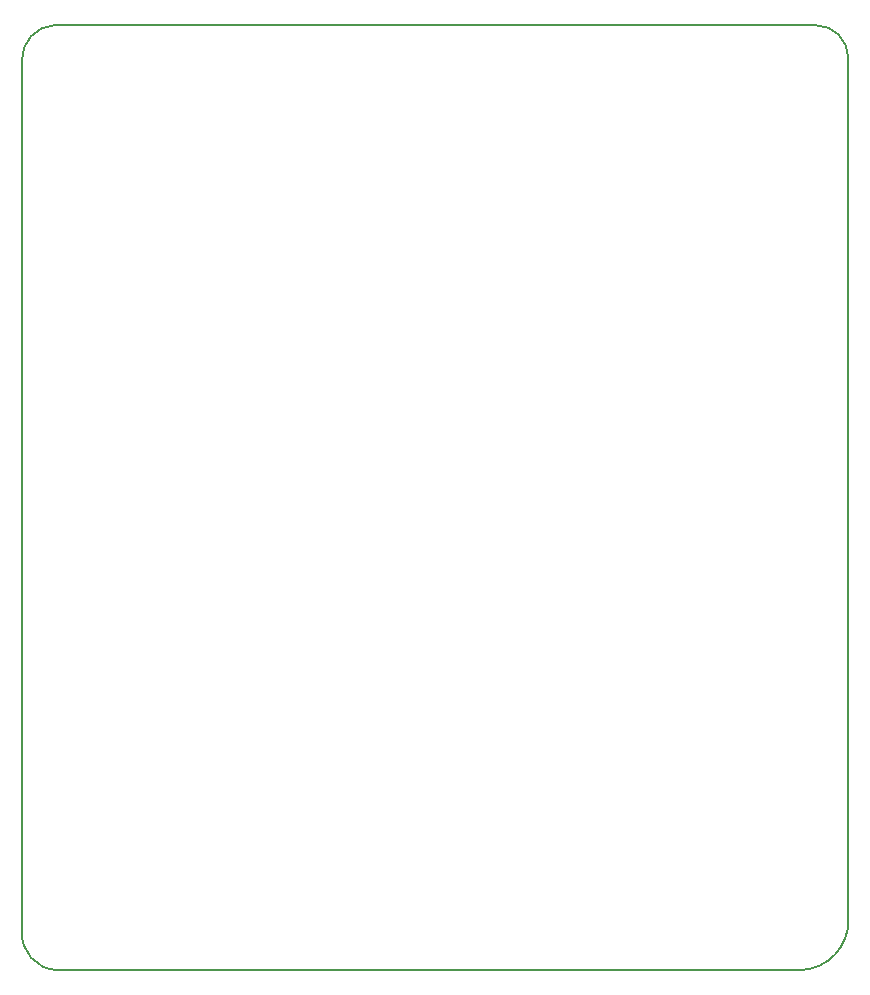
<source format=gm1>
G04*
G04 #@! TF.GenerationSoftware,Altium Limited,Altium Designer,20.0.2 (26)*
G04*
G04 Layer_Color=16711935*
%FSLAX24Y24*%
%MOIN*%
G70*
G01*
G75*
%ADD10C,0.0079*%
D10*
X27550Y30400D02*
G03*
X26450Y31500I-1100J0D01*
G01*
X25950Y0D02*
G03*
X27550Y1700I-50J1650D01*
G01*
X0Y1300D02*
G03*
X1150Y0I1225J-75D01*
G01*
X1100Y31500D02*
G03*
X0Y30300I50J-1150D01*
G01*
X27550Y30400D02*
X27550Y1700D01*
X1100Y31500D02*
X26450Y31500D01*
X1150Y-0D02*
X25950Y0D01*
X-0Y30300D02*
X0Y1300D01*
M02*

</source>
